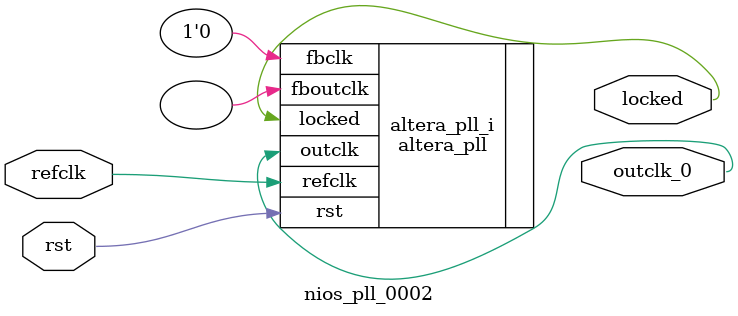
<source format=v>
`timescale 1ns/10ps
module  nios_pll_0002(

	// interface 'refclk'
	input wire refclk,

	// interface 'reset'
	input wire rst,

	// interface 'outclk0'
	output wire outclk_0,

	// interface 'locked'
	output wire locked
);

	altera_pll #(
		.fractional_vco_multiplier("false"),
		.reference_clock_frequency("50.0 MHz"),
		.operation_mode("direct"),
		.number_of_clocks(1),
		.output_clock_frequency0("100.000000 MHz"),
		.phase_shift0("0 ps"),
		.duty_cycle0(50),
		.output_clock_frequency1("0 MHz"),
		.phase_shift1("0 ps"),
		.duty_cycle1(50),
		.output_clock_frequency2("0 MHz"),
		.phase_shift2("0 ps"),
		.duty_cycle2(50),
		.output_clock_frequency3("0 MHz"),
		.phase_shift3("0 ps"),
		.duty_cycle3(50),
		.output_clock_frequency4("0 MHz"),
		.phase_shift4("0 ps"),
		.duty_cycle4(50),
		.output_clock_frequency5("0 MHz"),
		.phase_shift5("0 ps"),
		.duty_cycle5(50),
		.output_clock_frequency6("0 MHz"),
		.phase_shift6("0 ps"),
		.duty_cycle6(50),
		.output_clock_frequency7("0 MHz"),
		.phase_shift7("0 ps"),
		.duty_cycle7(50),
		.output_clock_frequency8("0 MHz"),
		.phase_shift8("0 ps"),
		.duty_cycle8(50),
		.output_clock_frequency9("0 MHz"),
		.phase_shift9("0 ps"),
		.duty_cycle9(50),
		.output_clock_frequency10("0 MHz"),
		.phase_shift10("0 ps"),
		.duty_cycle10(50),
		.output_clock_frequency11("0 MHz"),
		.phase_shift11("0 ps"),
		.duty_cycle11(50),
		.output_clock_frequency12("0 MHz"),
		.phase_shift12("0 ps"),
		.duty_cycle12(50),
		.output_clock_frequency13("0 MHz"),
		.phase_shift13("0 ps"),
		.duty_cycle13(50),
		.output_clock_frequency14("0 MHz"),
		.phase_shift14("0 ps"),
		.duty_cycle14(50),
		.output_clock_frequency15("0 MHz"),
		.phase_shift15("0 ps"),
		.duty_cycle15(50),
		.output_clock_frequency16("0 MHz"),
		.phase_shift16("0 ps"),
		.duty_cycle16(50),
		.output_clock_frequency17("0 MHz"),
		.phase_shift17("0 ps"),
		.duty_cycle17(50),
		.pll_type("General"),
		.pll_subtype("General")
	) altera_pll_i (
		.rst	(rst),
		.outclk	({outclk_0}),
		.locked	(locked),
		.fboutclk	( ),
		.fbclk	(1'b0),
		.refclk	(refclk)
	);
endmodule


</source>
